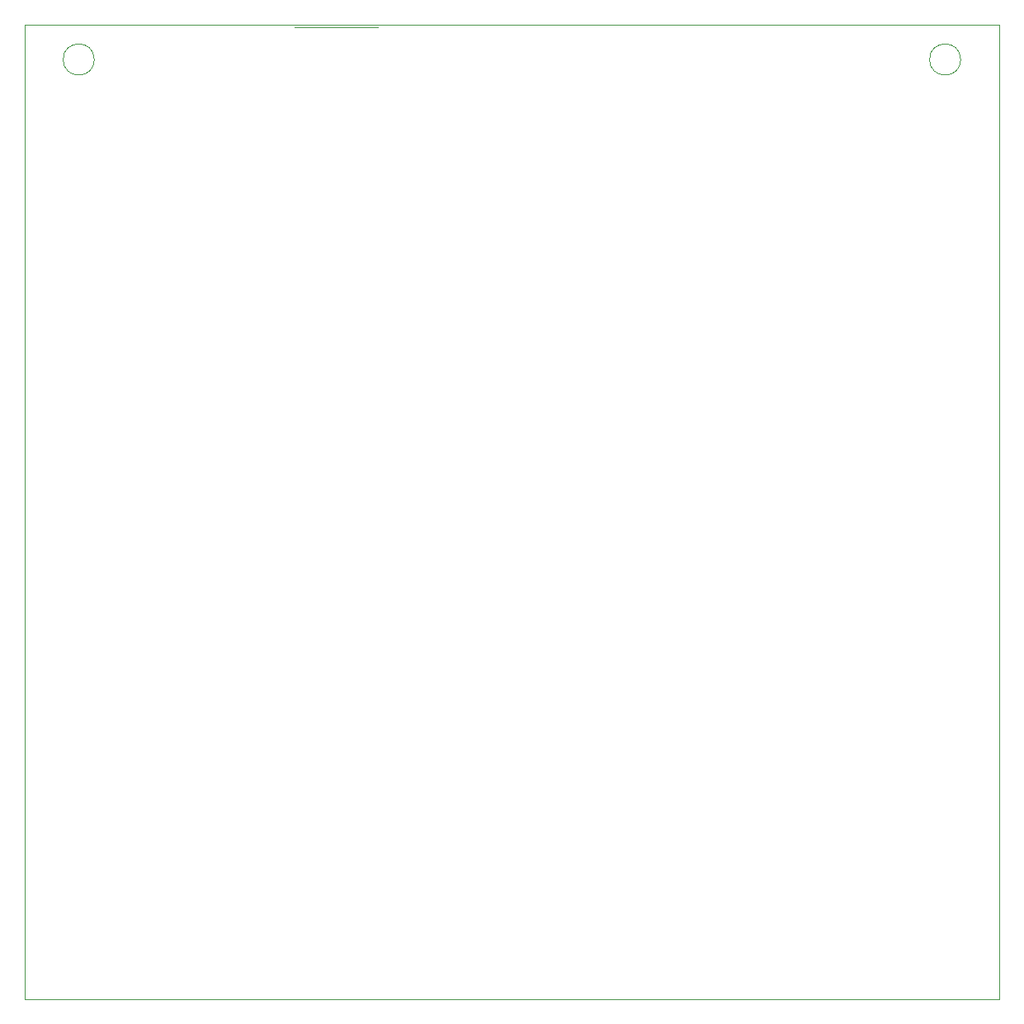
<source format=gbr>
%TF.GenerationSoftware,KiCad,Pcbnew,8.0.7-8.0.7-0~ubuntu22.04.1*%
%TF.CreationDate,2025-02-22T22:08:36+01:00*%
%TF.ProjectId,nav-module,6e61762d-6d6f-4647-956c-652e6b696361,1.0.0*%
%TF.SameCoordinates,Original*%
%TF.FileFunction,Profile,NP*%
%FSLAX46Y46*%
G04 Gerber Fmt 4.6, Leading zero omitted, Abs format (unit mm)*
G04 Created by KiCad (PCBNEW 8.0.7-8.0.7-0~ubuntu22.04.1) date 2025-02-22 22:08:36*
%MOMM*%
%LPD*%
G01*
G04 APERTURE LIST*
%TA.AperFunction,Profile*%
%ADD10C,0.050000*%
%TD*%
%TA.AperFunction,Profile*%
%ADD11C,0.100000*%
%TD*%
G04 APERTURE END LIST*
D10*
X7150000Y96440000D02*
G75*
G02*
X3950000Y96440000I-1600000J0D01*
G01*
X3950000Y96440000D02*
G75*
G02*
X7150000Y96440000I1600000J0D01*
G01*
X96050000Y96440000D02*
G75*
G02*
X92850000Y96440000I-1600000J0D01*
G01*
X92850000Y96440000D02*
G75*
G02*
X96050000Y96440000I1600000J0D01*
G01*
X0Y100000000D02*
X100000000Y100000000D01*
X100000000Y0D01*
X0Y0D01*
X0Y100000000D01*
D11*
%TO.C,J1100*%
X36280000Y99770000D02*
X27680000Y99770000D01*
%TD*%
M02*

</source>
